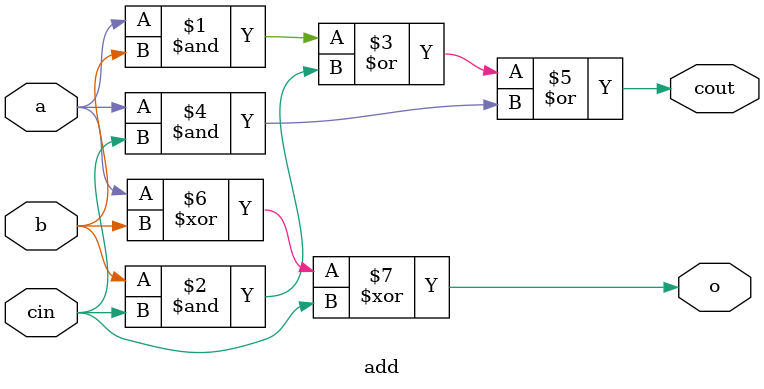
<source format=v>
module add(input a, input b, input cin, output o, output cout);
    assign cout = (a&b)|(b&cin)|(a&cin);
    assign o = (a^b^cin);
endmodule
</source>
